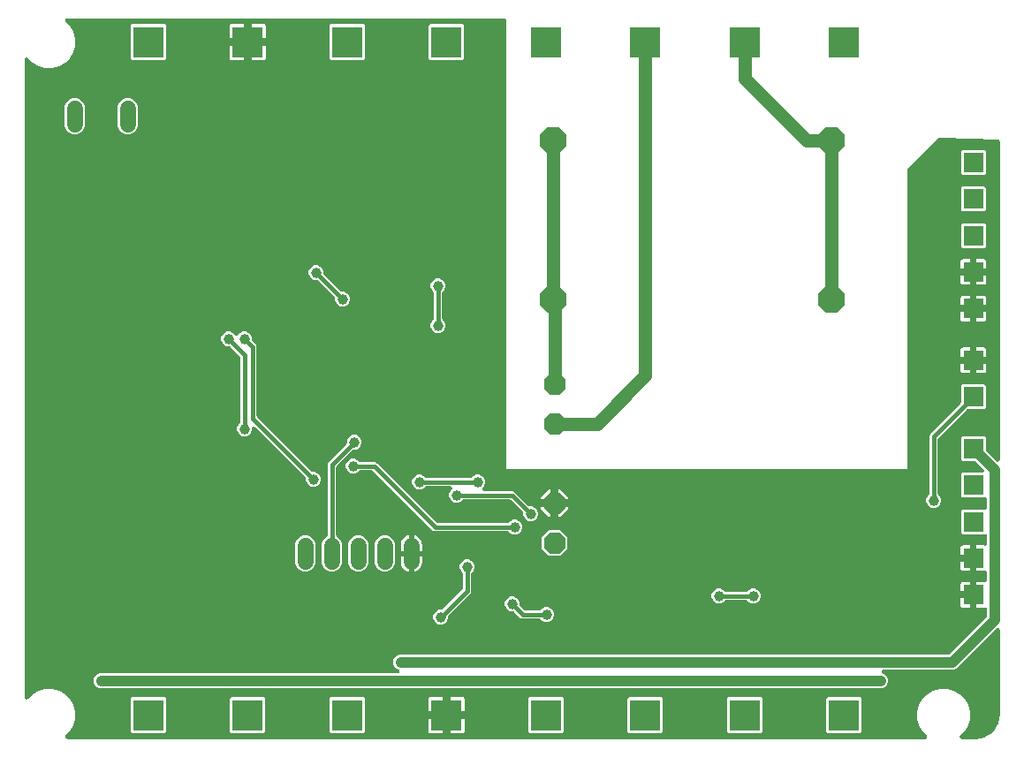
<source format=gbr>
G04 EAGLE Gerber RS-274X export*
G75*
%MOMM*%
%FSLAX34Y34*%
%LPD*%
%INBottom Copper*%
%IPPOS*%
%AMOC8*
5,1,8,0,0,1.08239X$1,22.5*%
G01*
%ADD10P,2.273019X8X22.500000*%
%ADD11P,2.749271X8X22.500000*%
%ADD12C,1.524000*%
%ADD13R,3.000000X3.000000*%
%ADD14R,1.950000X1.950000*%
%ADD15C,1.006400*%
%ADD16C,0.406400*%
%ADD17C,1.270000*%
%ADD18C,1.016000*%

G36*
X873287Y10162D02*
X873287Y10162D01*
X873296Y10161D01*
X873487Y10182D01*
X873678Y10201D01*
X873687Y10203D01*
X873696Y10204D01*
X873878Y10262D01*
X874063Y10319D01*
X874071Y10323D01*
X874080Y10326D01*
X874248Y10419D01*
X874417Y10511D01*
X874424Y10516D01*
X874432Y10521D01*
X874579Y10645D01*
X874727Y10768D01*
X874732Y10775D01*
X874739Y10781D01*
X874858Y10932D01*
X874979Y11082D01*
X874983Y11090D01*
X874989Y11097D01*
X875076Y11270D01*
X875164Y11439D01*
X875167Y11448D01*
X875171Y11456D01*
X875223Y11642D01*
X875276Y11826D01*
X875277Y11835D01*
X875279Y11844D01*
X875293Y12037D01*
X875309Y12228D01*
X875308Y12236D01*
X875308Y12245D01*
X875284Y12438D01*
X875262Y12627D01*
X875259Y12636D01*
X875258Y12645D01*
X875197Y12828D01*
X875137Y13010D01*
X875133Y13018D01*
X875130Y13026D01*
X875034Y13193D01*
X874939Y13361D01*
X874933Y13368D01*
X874929Y13375D01*
X874714Y13628D01*
X870771Y17571D01*
X867459Y23308D01*
X865744Y29708D01*
X865744Y36332D01*
X867459Y42732D01*
X870771Y48469D01*
X875456Y53154D01*
X881193Y56466D01*
X887593Y58181D01*
X894217Y58181D01*
X900617Y56466D01*
X906354Y53154D01*
X911039Y48469D01*
X914351Y42732D01*
X916066Y36332D01*
X916066Y29708D01*
X914351Y23308D01*
X911039Y17571D01*
X907096Y13628D01*
X907090Y13621D01*
X907083Y13616D01*
X906963Y13466D01*
X906841Y13317D01*
X906837Y13309D01*
X906831Y13302D01*
X906743Y13132D01*
X906652Y12961D01*
X906650Y12952D01*
X906646Y12945D01*
X906592Y12759D01*
X906537Y12575D01*
X906537Y12566D01*
X906534Y12558D01*
X906519Y12366D01*
X906501Y12174D01*
X906502Y12165D01*
X906501Y12156D01*
X906523Y11967D01*
X906544Y11774D01*
X906547Y11765D01*
X906548Y11757D01*
X906608Y11575D01*
X906666Y11390D01*
X906670Y11382D01*
X906673Y11374D01*
X906768Y11205D01*
X906861Y11038D01*
X906867Y11031D01*
X906871Y11023D01*
X906997Y10877D01*
X907121Y10731D01*
X907128Y10725D01*
X907134Y10718D01*
X907286Y10601D01*
X907437Y10481D01*
X907445Y10477D01*
X907452Y10472D01*
X907624Y10386D01*
X907796Y10299D01*
X907805Y10296D01*
X907813Y10292D01*
X907999Y10242D01*
X908184Y10191D01*
X908193Y10190D01*
X908202Y10188D01*
X908532Y10161D01*
X922020Y10161D01*
X922076Y10166D01*
X922153Y10165D01*
X924871Y10343D01*
X924905Y10349D01*
X924938Y10349D01*
X925264Y10408D01*
X930516Y11815D01*
X930610Y11851D01*
X930706Y11876D01*
X930818Y11929D01*
X930893Y11958D01*
X930939Y11987D01*
X931006Y12018D01*
X935715Y14737D01*
X935796Y14795D01*
X935883Y14845D01*
X935977Y14925D01*
X936042Y14972D01*
X936079Y15012D01*
X936136Y15060D01*
X939980Y18904D01*
X940044Y18982D01*
X940114Y19052D01*
X940185Y19154D01*
X940235Y19216D01*
X940261Y19264D01*
X940303Y19325D01*
X943022Y24034D01*
X943063Y24125D01*
X943113Y24211D01*
X943155Y24328D01*
X943187Y24401D01*
X943200Y24454D01*
X943225Y24524D01*
X944632Y29776D01*
X944637Y29809D01*
X944648Y29840D01*
X944697Y30169D01*
X944875Y32887D01*
X944873Y32944D01*
X944879Y33020D01*
X944879Y114576D01*
X944878Y114585D01*
X944879Y114594D01*
X944858Y114788D01*
X944839Y114977D01*
X944837Y114986D01*
X944836Y114995D01*
X944777Y115179D01*
X944721Y115362D01*
X944717Y115370D01*
X944714Y115378D01*
X944621Y115547D01*
X944529Y115716D01*
X944524Y115723D01*
X944519Y115731D01*
X944395Y115878D01*
X944272Y116025D01*
X944265Y116031D01*
X944259Y116038D01*
X944107Y116157D01*
X943958Y116278D01*
X943950Y116282D01*
X943943Y116287D01*
X943770Y116375D01*
X943601Y116463D01*
X943592Y116466D01*
X943584Y116470D01*
X943398Y116522D01*
X943214Y116575D01*
X943205Y116575D01*
X943196Y116578D01*
X943003Y116592D01*
X942812Y116607D01*
X942804Y116606D01*
X942795Y116607D01*
X942602Y116583D01*
X942413Y116561D01*
X942404Y116558D01*
X942395Y116557D01*
X942213Y116495D01*
X942030Y116436D01*
X942022Y116431D01*
X942014Y116428D01*
X941847Y116332D01*
X941679Y116238D01*
X941672Y116232D01*
X941665Y116227D01*
X941412Y116013D01*
X903189Y77790D01*
X901364Y77034D01*
X901363Y77034D01*
X900575Y76707D01*
X833625Y76707D01*
X833621Y76707D01*
X833616Y76707D01*
X833422Y76687D01*
X833225Y76667D01*
X833220Y76666D01*
X833216Y76666D01*
X833028Y76607D01*
X832840Y76549D01*
X832836Y76547D01*
X832831Y76546D01*
X832657Y76450D01*
X832486Y76357D01*
X832482Y76355D01*
X832478Y76352D01*
X832325Y76224D01*
X832176Y76100D01*
X832174Y76096D01*
X832170Y76093D01*
X832045Y75937D01*
X831924Y75786D01*
X831922Y75782D01*
X831919Y75779D01*
X831827Y75598D01*
X831738Y75429D01*
X831737Y75424D01*
X831735Y75420D01*
X831681Y75228D01*
X831627Y75042D01*
X831627Y75037D01*
X831626Y75033D01*
X831611Y74840D01*
X831594Y74640D01*
X831595Y74636D01*
X831594Y74632D01*
X831618Y74438D01*
X831641Y74241D01*
X831643Y74236D01*
X831643Y74232D01*
X831704Y74047D01*
X831766Y73858D01*
X831768Y73854D01*
X831770Y73850D01*
X831866Y73681D01*
X831964Y73507D01*
X831967Y73504D01*
X831969Y73500D01*
X832097Y73353D01*
X832227Y73203D01*
X832231Y73200D01*
X832234Y73196D01*
X832391Y73075D01*
X832545Y72956D01*
X832549Y72954D01*
X832553Y72951D01*
X832848Y72799D01*
X834609Y72070D01*
X836610Y70069D01*
X837693Y67455D01*
X837693Y64625D01*
X836610Y62011D01*
X834609Y60010D01*
X831995Y58927D01*
X82405Y58927D01*
X79791Y60010D01*
X77790Y62011D01*
X76707Y64625D01*
X76707Y67455D01*
X77790Y70069D01*
X79791Y72070D01*
X82405Y73153D01*
X367795Y73153D01*
X367799Y73153D01*
X367804Y73153D01*
X367998Y73173D01*
X368195Y73193D01*
X368200Y73194D01*
X368204Y73194D01*
X368392Y73253D01*
X368580Y73311D01*
X368584Y73313D01*
X368589Y73314D01*
X368763Y73410D01*
X368934Y73503D01*
X368938Y73505D01*
X368942Y73508D01*
X369095Y73636D01*
X369244Y73760D01*
X369246Y73764D01*
X369250Y73767D01*
X369375Y73923D01*
X369496Y74074D01*
X369498Y74078D01*
X369501Y74081D01*
X369593Y74262D01*
X369682Y74431D01*
X369683Y74436D01*
X369685Y74440D01*
X369739Y74630D01*
X369793Y74818D01*
X369793Y74823D01*
X369794Y74827D01*
X369809Y75020D01*
X369826Y75220D01*
X369825Y75224D01*
X369826Y75228D01*
X369802Y75420D01*
X369779Y75619D01*
X369777Y75624D01*
X369777Y75628D01*
X369716Y75813D01*
X369654Y76002D01*
X369652Y76006D01*
X369650Y76010D01*
X369554Y76179D01*
X369456Y76353D01*
X369453Y76356D01*
X369451Y76360D01*
X369323Y76507D01*
X369193Y76657D01*
X369189Y76660D01*
X369186Y76664D01*
X369030Y76784D01*
X368875Y76904D01*
X368871Y76906D01*
X368867Y76909D01*
X368572Y77061D01*
X366811Y77790D01*
X364810Y79791D01*
X363727Y82405D01*
X363727Y85235D01*
X364810Y87849D01*
X366811Y89850D01*
X369425Y90933D01*
X895372Y90933D01*
X895399Y90935D01*
X895426Y90933D01*
X895600Y90955D01*
X895773Y90973D01*
X895799Y90980D01*
X895825Y90984D01*
X895991Y91039D01*
X896158Y91091D01*
X896182Y91104D01*
X896207Y91112D01*
X896359Y91199D01*
X896512Y91283D01*
X896532Y91300D01*
X896556Y91313D01*
X896809Y91528D01*
X932092Y126811D01*
X932109Y126832D01*
X932130Y126849D01*
X932237Y126987D01*
X932347Y127123D01*
X932360Y127146D01*
X932376Y127168D01*
X932454Y127324D01*
X932536Y127478D01*
X932544Y127504D01*
X932556Y127528D01*
X932601Y127697D01*
X932651Y127864D01*
X932653Y127891D01*
X932660Y127917D01*
X932687Y128248D01*
X932687Y134339D01*
X932679Y134421D01*
X932681Y134503D01*
X932659Y134620D01*
X932647Y134739D01*
X932623Y134818D01*
X932609Y134899D01*
X932564Y135010D01*
X932529Y135124D01*
X932490Y135197D01*
X932460Y135273D01*
X932394Y135373D01*
X932337Y135478D01*
X932285Y135541D01*
X932240Y135610D01*
X932156Y135696D01*
X932080Y135788D01*
X932016Y135839D01*
X931958Y135898D01*
X931859Y135965D01*
X931766Y136040D01*
X931693Y136078D01*
X931625Y136124D01*
X931515Y136170D01*
X931409Y136225D01*
X931330Y136248D01*
X931254Y136280D01*
X931137Y136304D01*
X931022Y136337D01*
X930940Y136344D01*
X930859Y136360D01*
X930740Y136360D01*
X930620Y136370D01*
X930539Y136360D01*
X930457Y136360D01*
X930307Y136333D01*
X930221Y136323D01*
X930182Y136310D01*
X930130Y136301D01*
X929565Y136149D01*
X922729Y136149D01*
X922729Y147222D01*
X922727Y147240D01*
X922729Y147257D01*
X922708Y147440D01*
X922689Y147622D01*
X922684Y147639D01*
X922682Y147657D01*
X922625Y147832D01*
X922571Y148007D01*
X922563Y148023D01*
X922557Y148040D01*
X922467Y148200D01*
X922379Y148361D01*
X922368Y148375D01*
X922359Y148391D01*
X922314Y148443D01*
X922399Y148548D01*
X922407Y148564D01*
X922418Y148578D01*
X922500Y148743D01*
X922585Y148906D01*
X922590Y148923D01*
X922598Y148939D01*
X922645Y149117D01*
X922696Y149292D01*
X922698Y149310D01*
X922702Y149327D01*
X922729Y149658D01*
X922729Y160731D01*
X929565Y160731D01*
X930130Y160579D01*
X930211Y160566D01*
X930290Y160543D01*
X930410Y160533D01*
X930528Y160514D01*
X930610Y160517D01*
X930692Y160510D01*
X930810Y160524D01*
X930930Y160528D01*
X931010Y160548D01*
X931091Y160557D01*
X931205Y160594D01*
X931322Y160622D01*
X931396Y160656D01*
X931474Y160682D01*
X931579Y160741D01*
X931687Y160791D01*
X931753Y160839D01*
X931825Y160880D01*
X931915Y160958D01*
X932012Y161029D01*
X932067Y161089D01*
X932130Y161143D01*
X932203Y161237D01*
X932284Y161326D01*
X932326Y161396D01*
X932376Y161461D01*
X932430Y161568D01*
X932491Y161671D01*
X932519Y161748D01*
X932556Y161822D01*
X932587Y161937D01*
X932627Y162050D01*
X932639Y162131D01*
X932660Y162210D01*
X932673Y162363D01*
X932685Y162448D01*
X932683Y162489D01*
X932687Y162541D01*
X932687Y169339D01*
X932679Y169421D01*
X932681Y169503D01*
X932659Y169621D01*
X932647Y169739D01*
X932623Y169818D01*
X932609Y169899D01*
X932564Y170010D01*
X932529Y170124D01*
X932490Y170197D01*
X932460Y170273D01*
X932394Y170373D01*
X932337Y170478D01*
X932285Y170541D01*
X932240Y170610D01*
X932156Y170696D01*
X932080Y170788D01*
X932016Y170839D01*
X931958Y170898D01*
X931859Y170965D01*
X931766Y171040D01*
X931693Y171078D01*
X931625Y171124D01*
X931515Y171170D01*
X931409Y171226D01*
X931330Y171248D01*
X931254Y171280D01*
X931137Y171304D01*
X931022Y171337D01*
X930940Y171344D01*
X930859Y171360D01*
X930740Y171360D01*
X930620Y171370D01*
X930539Y171360D01*
X930457Y171360D01*
X930306Y171333D01*
X930221Y171323D01*
X930182Y171310D01*
X930130Y171301D01*
X929564Y171149D01*
X922729Y171149D01*
X922729Y182222D01*
X922727Y182240D01*
X922729Y182257D01*
X922708Y182440D01*
X922689Y182622D01*
X922684Y182639D01*
X922682Y182657D01*
X922625Y182832D01*
X922571Y183007D01*
X922563Y183023D01*
X922557Y183040D01*
X922467Y183200D01*
X922379Y183361D01*
X922368Y183375D01*
X922359Y183391D01*
X922314Y183443D01*
X922399Y183548D01*
X922407Y183564D01*
X922418Y183578D01*
X922500Y183743D01*
X922585Y183906D01*
X922590Y183923D01*
X922598Y183939D01*
X922645Y184117D01*
X922696Y184292D01*
X922698Y184310D01*
X922702Y184327D01*
X922729Y184658D01*
X922729Y195731D01*
X929565Y195731D01*
X930130Y195579D01*
X930211Y195566D01*
X930290Y195543D01*
X930410Y195533D01*
X930528Y195514D01*
X930610Y195517D01*
X930692Y195510D01*
X930810Y195524D01*
X930930Y195528D01*
X931010Y195548D01*
X931091Y195557D01*
X931205Y195594D01*
X931322Y195622D01*
X931396Y195656D01*
X931474Y195682D01*
X931579Y195741D01*
X931687Y195791D01*
X931753Y195839D01*
X931825Y195880D01*
X931915Y195958D01*
X932012Y196029D01*
X932067Y196089D01*
X932130Y196143D01*
X932203Y196237D01*
X932284Y196326D01*
X932326Y196396D01*
X932376Y196461D01*
X932430Y196568D01*
X932491Y196671D01*
X932519Y196748D01*
X932556Y196822D01*
X932587Y196937D01*
X932627Y197050D01*
X932639Y197131D01*
X932660Y197210D01*
X932673Y197363D01*
X932685Y197448D01*
X932683Y197489D01*
X932687Y197541D01*
X932687Y204626D01*
X932685Y204644D01*
X932687Y204662D01*
X932666Y204844D01*
X932647Y205027D01*
X932642Y205044D01*
X932640Y205061D01*
X932583Y205236D01*
X932529Y205412D01*
X932521Y205427D01*
X932515Y205444D01*
X932425Y205604D01*
X932337Y205766D01*
X932326Y205779D01*
X932317Y205795D01*
X932197Y205934D01*
X932080Y206075D01*
X932066Y206086D01*
X932054Y206100D01*
X931909Y206212D01*
X931766Y206327D01*
X931750Y206335D01*
X931736Y206346D01*
X931571Y206428D01*
X931409Y206513D01*
X931392Y206518D01*
X931376Y206526D01*
X931197Y206573D01*
X931022Y206624D01*
X931004Y206626D01*
X930987Y206630D01*
X930656Y206657D01*
X908888Y206657D01*
X907697Y207848D01*
X907697Y229032D01*
X908888Y230223D01*
X930656Y230223D01*
X930674Y230225D01*
X930692Y230223D01*
X930874Y230244D01*
X931057Y230263D01*
X931074Y230268D01*
X931091Y230270D01*
X931266Y230327D01*
X931442Y230381D01*
X931457Y230389D01*
X931474Y230395D01*
X931634Y230485D01*
X931796Y230573D01*
X931809Y230584D01*
X931825Y230593D01*
X931964Y230713D01*
X932105Y230830D01*
X932116Y230844D01*
X932130Y230856D01*
X932242Y231001D01*
X932357Y231144D01*
X932365Y231160D01*
X932376Y231174D01*
X932458Y231339D01*
X932543Y231501D01*
X932548Y231518D01*
X932556Y231534D01*
X932603Y231713D01*
X932654Y231888D01*
X932656Y231906D01*
X932660Y231923D01*
X932687Y232254D01*
X932687Y239626D01*
X932685Y239644D01*
X932687Y239662D01*
X932666Y239844D01*
X932647Y240027D01*
X932642Y240044D01*
X932640Y240061D01*
X932583Y240236D01*
X932529Y240412D01*
X932521Y240427D01*
X932515Y240444D01*
X932425Y240604D01*
X932337Y240766D01*
X932326Y240779D01*
X932317Y240795D01*
X932197Y240934D01*
X932080Y241075D01*
X932066Y241086D01*
X932054Y241100D01*
X931909Y241212D01*
X931766Y241327D01*
X931750Y241335D01*
X931736Y241346D01*
X931571Y241428D01*
X931409Y241513D01*
X931392Y241518D01*
X931376Y241526D01*
X931197Y241573D01*
X931022Y241624D01*
X931004Y241626D01*
X930987Y241630D01*
X930656Y241657D01*
X908888Y241657D01*
X907697Y242848D01*
X907697Y264032D01*
X908888Y265223D01*
X927734Y265223D01*
X927743Y265224D01*
X927752Y265223D01*
X927946Y265244D01*
X928135Y265263D01*
X928144Y265265D01*
X928153Y265266D01*
X928337Y265325D01*
X928520Y265381D01*
X928528Y265385D01*
X928536Y265388D01*
X928705Y265481D01*
X928874Y265573D01*
X928881Y265578D01*
X928889Y265583D01*
X929036Y265707D01*
X929183Y265830D01*
X929189Y265837D01*
X929196Y265843D01*
X929314Y265993D01*
X929436Y266144D01*
X929440Y266152D01*
X929445Y266159D01*
X929533Y266332D01*
X929621Y266501D01*
X929624Y266510D01*
X929628Y266518D01*
X929680Y266704D01*
X929733Y266888D01*
X929733Y266897D01*
X929736Y266906D01*
X929750Y267099D01*
X929765Y267290D01*
X929764Y267298D01*
X929765Y267307D01*
X929741Y267500D01*
X929719Y267689D01*
X929716Y267698D01*
X929715Y267707D01*
X929654Y267886D01*
X929594Y268072D01*
X929589Y268080D01*
X929586Y268088D01*
X929490Y268255D01*
X929396Y268423D01*
X929390Y268430D01*
X929385Y268437D01*
X929171Y268690D01*
X921799Y276062D01*
X921778Y276079D01*
X921761Y276100D01*
X921623Y276207D01*
X921487Y276317D01*
X921464Y276330D01*
X921442Y276346D01*
X921286Y276424D01*
X921132Y276506D01*
X921106Y276514D01*
X921082Y276526D01*
X920913Y276571D01*
X920746Y276621D01*
X920719Y276623D01*
X920693Y276630D01*
X920362Y276657D01*
X908888Y276657D01*
X907697Y277848D01*
X907697Y299032D01*
X908888Y300223D01*
X930072Y300223D01*
X931263Y299032D01*
X931263Y287558D01*
X931265Y287531D01*
X931263Y287504D01*
X931285Y287330D01*
X931303Y287157D01*
X931310Y287131D01*
X931314Y287105D01*
X931369Y286939D01*
X931421Y286772D01*
X931434Y286748D01*
X931442Y286723D01*
X931529Y286571D01*
X931613Y286418D01*
X931630Y286398D01*
X931643Y286374D01*
X931858Y286121D01*
X941412Y276567D01*
X941419Y276562D01*
X941424Y276555D01*
X941574Y276434D01*
X941723Y276312D01*
X941731Y276308D01*
X941738Y276302D01*
X941909Y276213D01*
X942079Y276124D01*
X942087Y276121D01*
X942095Y276117D01*
X942281Y276064D01*
X942465Y276009D01*
X942474Y276008D01*
X942482Y276005D01*
X942674Y275990D01*
X942866Y275972D01*
X942875Y275973D01*
X942884Y275973D01*
X943073Y275995D01*
X943266Y276016D01*
X943275Y276018D01*
X943283Y276019D01*
X943465Y276079D01*
X943650Y276137D01*
X943658Y276142D01*
X943666Y276144D01*
X943835Y276239D01*
X944002Y276332D01*
X944009Y276338D01*
X944017Y276342D01*
X944163Y276468D01*
X944309Y276593D01*
X944315Y276600D01*
X944322Y276605D01*
X944439Y276757D01*
X944559Y276908D01*
X944563Y276916D01*
X944568Y276923D01*
X944654Y277096D01*
X944741Y277267D01*
X944744Y277276D01*
X944748Y277284D01*
X944798Y277470D01*
X944849Y277655D01*
X944850Y277664D01*
X944852Y277673D01*
X944879Y278004D01*
X944879Y583003D01*
X944879Y583008D01*
X944879Y583009D01*
X944877Y583021D01*
X944860Y583199D01*
X944841Y583395D01*
X944840Y583399D01*
X944839Y583404D01*
X944782Y583591D01*
X944725Y583780D01*
X944723Y583784D01*
X944721Y583789D01*
X944629Y583960D01*
X944535Y584135D01*
X944532Y584139D01*
X944529Y584143D01*
X944405Y584292D01*
X944279Y584445D01*
X944275Y584449D01*
X944272Y584452D01*
X944119Y584575D01*
X943966Y584699D01*
X943962Y584702D01*
X943958Y584705D01*
X943785Y584794D01*
X943610Y584886D01*
X943605Y584888D01*
X943601Y584890D01*
X943413Y584944D01*
X943223Y585000D01*
X943218Y585000D01*
X943214Y585001D01*
X943180Y585004D01*
X942893Y585034D01*
X889045Y586231D01*
X889025Y586229D01*
X889000Y586231D01*
X886460Y586231D01*
X886433Y586229D01*
X886407Y586231D01*
X886233Y586209D01*
X886059Y586191D01*
X886034Y586184D01*
X886007Y586180D01*
X885842Y586125D01*
X885674Y586073D01*
X885651Y586060D01*
X885626Y586052D01*
X885474Y585965D01*
X885320Y585881D01*
X885300Y585864D01*
X885277Y585851D01*
X885024Y585636D01*
X857084Y557696D01*
X857067Y557676D01*
X857047Y557658D01*
X856939Y557520D01*
X856829Y557385D01*
X856816Y557361D01*
X856800Y557340D01*
X856722Y557183D01*
X856640Y557029D01*
X856632Y557004D01*
X856620Y556980D01*
X856575Y556810D01*
X856525Y556643D01*
X856523Y556617D01*
X856516Y556591D01*
X856489Y556260D01*
X856489Y268731D01*
X471931Y268731D01*
X471931Y699008D01*
X471929Y699026D01*
X471931Y699044D01*
X471910Y699225D01*
X471891Y699409D01*
X471886Y699426D01*
X471884Y699443D01*
X471827Y699618D01*
X471773Y699794D01*
X471765Y699809D01*
X471759Y699826D01*
X471669Y699986D01*
X471581Y700148D01*
X471570Y700161D01*
X471561Y700177D01*
X471441Y700316D01*
X471324Y700457D01*
X471310Y700468D01*
X471298Y700482D01*
X471153Y700594D01*
X471010Y700709D01*
X470994Y700717D01*
X470980Y700728D01*
X470815Y700810D01*
X470653Y700895D01*
X470636Y700900D01*
X470620Y700908D01*
X470441Y700955D01*
X470266Y701006D01*
X470248Y701008D01*
X470231Y701012D01*
X469900Y701039D01*
X51282Y701039D01*
X51273Y701038D01*
X51264Y701039D01*
X51073Y701018D01*
X50882Y700999D01*
X50873Y700997D01*
X50864Y700996D01*
X50682Y700938D01*
X50497Y700881D01*
X50489Y700877D01*
X50480Y700874D01*
X50312Y700781D01*
X50143Y700689D01*
X50136Y700684D01*
X50128Y700679D01*
X49981Y700555D01*
X49833Y700432D01*
X49828Y700425D01*
X49821Y700419D01*
X49702Y700268D01*
X49581Y700118D01*
X49577Y700110D01*
X49571Y700103D01*
X49484Y699930D01*
X49396Y699761D01*
X49393Y699752D01*
X49389Y699744D01*
X49337Y699558D01*
X49284Y699374D01*
X49283Y699365D01*
X49281Y699356D01*
X49267Y699163D01*
X49251Y698972D01*
X49252Y698964D01*
X49252Y698955D01*
X49276Y698762D01*
X49298Y698573D01*
X49301Y698564D01*
X49302Y698555D01*
X49363Y698372D01*
X49423Y698190D01*
X49427Y698182D01*
X49430Y698174D01*
X49527Y698006D01*
X49621Y697839D01*
X49627Y697832D01*
X49631Y697825D01*
X49846Y697572D01*
X53789Y693629D01*
X57101Y687892D01*
X58816Y681492D01*
X58816Y674868D01*
X57101Y668468D01*
X53789Y662731D01*
X49104Y658046D01*
X43367Y654734D01*
X36967Y653019D01*
X30343Y653019D01*
X23943Y654734D01*
X18206Y658046D01*
X13628Y662624D01*
X13621Y662630D01*
X13616Y662637D01*
X13466Y662757D01*
X13317Y662879D01*
X13309Y662883D01*
X13302Y662889D01*
X13132Y662977D01*
X12961Y663068D01*
X12952Y663070D01*
X12945Y663074D01*
X12760Y663128D01*
X12575Y663183D01*
X12566Y663183D01*
X12558Y663186D01*
X12366Y663201D01*
X12174Y663219D01*
X12165Y663218D01*
X12156Y663219D01*
X11967Y663197D01*
X11774Y663176D01*
X11765Y663173D01*
X11757Y663172D01*
X11575Y663112D01*
X11390Y663054D01*
X11382Y663050D01*
X11374Y663047D01*
X11205Y662952D01*
X11038Y662859D01*
X11031Y662853D01*
X11023Y662849D01*
X10877Y662723D01*
X10731Y662599D01*
X10725Y662592D01*
X10718Y662586D01*
X10601Y662434D01*
X10481Y662283D01*
X10477Y662275D01*
X10472Y662268D01*
X10386Y662096D01*
X10299Y661924D01*
X10296Y661915D01*
X10292Y661907D01*
X10242Y661721D01*
X10191Y661536D01*
X10190Y661527D01*
X10188Y661518D01*
X10161Y661188D01*
X10161Y50012D01*
X10162Y50003D01*
X10161Y49994D01*
X10182Y49803D01*
X10201Y49612D01*
X10203Y49603D01*
X10204Y49594D01*
X10262Y49412D01*
X10319Y49227D01*
X10323Y49219D01*
X10326Y49210D01*
X10419Y49042D01*
X10511Y48873D01*
X10516Y48866D01*
X10521Y48858D01*
X10645Y48711D01*
X10768Y48563D01*
X10775Y48558D01*
X10781Y48551D01*
X10932Y48432D01*
X11082Y48311D01*
X11090Y48307D01*
X11097Y48301D01*
X11270Y48214D01*
X11439Y48126D01*
X11448Y48123D01*
X11456Y48119D01*
X11642Y48067D01*
X11826Y48014D01*
X11835Y48013D01*
X11844Y48011D01*
X12037Y47997D01*
X12228Y47981D01*
X12236Y47982D01*
X12245Y47982D01*
X12438Y48006D01*
X12627Y48028D01*
X12636Y48031D01*
X12645Y48032D01*
X12828Y48093D01*
X13010Y48153D01*
X13018Y48157D01*
X13026Y48160D01*
X13193Y48256D01*
X13361Y48351D01*
X13368Y48357D01*
X13375Y48361D01*
X13628Y48576D01*
X18206Y53154D01*
X23943Y56466D01*
X30343Y58181D01*
X36967Y58181D01*
X43367Y56466D01*
X49104Y53154D01*
X53789Y48469D01*
X57101Y42732D01*
X58816Y36332D01*
X58816Y29708D01*
X57101Y23308D01*
X53789Y17571D01*
X49846Y13628D01*
X49840Y13621D01*
X49833Y13616D01*
X49713Y13466D01*
X49591Y13317D01*
X49587Y13309D01*
X49581Y13302D01*
X49493Y13132D01*
X49402Y12961D01*
X49400Y12952D01*
X49396Y12945D01*
X49342Y12759D01*
X49287Y12575D01*
X49287Y12566D01*
X49284Y12558D01*
X49269Y12366D01*
X49251Y12174D01*
X49252Y12165D01*
X49251Y12156D01*
X49273Y11967D01*
X49294Y11774D01*
X49297Y11765D01*
X49298Y11757D01*
X49358Y11575D01*
X49416Y11390D01*
X49420Y11382D01*
X49423Y11374D01*
X49518Y11205D01*
X49611Y11038D01*
X49617Y11031D01*
X49621Y11023D01*
X49747Y10877D01*
X49871Y10731D01*
X49878Y10725D01*
X49884Y10718D01*
X50036Y10601D01*
X50187Y10481D01*
X50195Y10477D01*
X50202Y10472D01*
X50374Y10386D01*
X50546Y10299D01*
X50555Y10296D01*
X50563Y10292D01*
X50749Y10242D01*
X50934Y10191D01*
X50943Y10190D01*
X50952Y10188D01*
X51282Y10161D01*
X873278Y10161D01*
X873287Y10162D01*
G37*
%LPC*%
G36*
X285615Y252015D02*
X285615Y252015D01*
X283018Y253091D01*
X281031Y255078D01*
X279955Y257675D01*
X279955Y259555D01*
X279953Y259582D01*
X279955Y259608D01*
X279933Y259782D01*
X279915Y259956D01*
X279908Y259981D01*
X279904Y260008D01*
X279849Y260173D01*
X279797Y260340D01*
X279784Y260364D01*
X279776Y260389D01*
X279689Y260541D01*
X279605Y260695D01*
X279588Y260715D01*
X279575Y260738D01*
X279360Y260991D01*
X231512Y308839D01*
X231505Y308845D01*
X231500Y308852D01*
X231350Y308972D01*
X231201Y309094D01*
X231193Y309099D01*
X231186Y309104D01*
X231015Y309193D01*
X230845Y309283D01*
X230837Y309286D01*
X230829Y309290D01*
X230643Y309343D01*
X230459Y309398D01*
X230450Y309399D01*
X230442Y309401D01*
X230250Y309417D01*
X230058Y309434D01*
X230049Y309433D01*
X230040Y309434D01*
X229851Y309412D01*
X229658Y309391D01*
X229649Y309388D01*
X229641Y309387D01*
X229459Y309328D01*
X229274Y309269D01*
X229266Y309265D01*
X229258Y309262D01*
X229089Y309167D01*
X228922Y309074D01*
X228915Y309069D01*
X228907Y309064D01*
X228761Y308938D01*
X228615Y308814D01*
X228609Y308807D01*
X228602Y308801D01*
X228485Y308650D01*
X228365Y308498D01*
X228361Y308490D01*
X228356Y308483D01*
X228270Y308311D01*
X228183Y308139D01*
X228180Y308131D01*
X228176Y308123D01*
X228126Y307936D01*
X228075Y307751D01*
X228074Y307742D01*
X228072Y307734D01*
X228045Y307403D01*
X228045Y305935D01*
X226969Y303338D01*
X224982Y301351D01*
X222385Y300275D01*
X219575Y300275D01*
X216978Y301351D01*
X214991Y303338D01*
X213915Y305935D01*
X213915Y308745D01*
X214991Y311342D01*
X216320Y312671D01*
X216337Y312692D01*
X216358Y312710D01*
X216465Y312847D01*
X216575Y312983D01*
X216588Y313007D01*
X216604Y313028D01*
X216682Y313185D01*
X216764Y313339D01*
X216772Y313364D01*
X216784Y313388D01*
X216829Y313558D01*
X216879Y313724D01*
X216881Y313751D01*
X216888Y313777D01*
X216915Y314108D01*
X216915Y375935D01*
X216913Y375962D01*
X216915Y375988D01*
X216893Y376162D01*
X216875Y376336D01*
X216868Y376361D01*
X216864Y376388D01*
X216809Y376553D01*
X216757Y376720D01*
X216744Y376744D01*
X216736Y376769D01*
X216649Y376921D01*
X216565Y377075D01*
X216548Y377095D01*
X216535Y377118D01*
X216320Y377371D01*
X207651Y386040D01*
X207631Y386057D01*
X207613Y386078D01*
X207475Y386185D01*
X207340Y386295D01*
X207316Y386308D01*
X207295Y386324D01*
X207138Y386402D01*
X206984Y386484D01*
X206959Y386492D01*
X206934Y386504D01*
X206765Y386549D01*
X206598Y386599D01*
X206572Y386601D01*
X206546Y386608D01*
X206215Y386635D01*
X204335Y386635D01*
X201738Y387711D01*
X199751Y389698D01*
X198675Y392295D01*
X198675Y395105D01*
X199751Y397702D01*
X201738Y399689D01*
X204335Y400765D01*
X207145Y400765D01*
X209742Y399689D01*
X211924Y397507D01*
X211937Y397496D01*
X211949Y397482D01*
X212093Y397369D01*
X212235Y397252D01*
X212251Y397244D01*
X212265Y397233D01*
X212429Y397149D01*
X212591Y397064D01*
X212608Y397059D01*
X212624Y397050D01*
X212801Y397001D01*
X212977Y396949D01*
X212995Y396947D01*
X213012Y396942D01*
X213195Y396929D01*
X213378Y396912D01*
X213396Y396914D01*
X213413Y396913D01*
X213595Y396936D01*
X213778Y396956D01*
X213795Y396961D01*
X213813Y396963D01*
X213986Y397022D01*
X214162Y397077D01*
X214178Y397086D01*
X214194Y397092D01*
X214354Y397184D01*
X214514Y397272D01*
X214528Y397284D01*
X214543Y397293D01*
X214796Y397507D01*
X216978Y399689D01*
X219575Y400765D01*
X222385Y400765D01*
X224982Y399689D01*
X226969Y397702D01*
X228045Y395105D01*
X228045Y393225D01*
X228047Y393198D01*
X228045Y393172D01*
X228067Y392998D01*
X228085Y392824D01*
X228092Y392799D01*
X228096Y392772D01*
X228151Y392607D01*
X228203Y392440D01*
X228216Y392416D01*
X228224Y392391D01*
X228311Y392239D01*
X228395Y392085D01*
X228412Y392065D01*
X228425Y392042D01*
X228640Y391789D01*
X232046Y388382D01*
X232665Y386889D01*
X232665Y320025D01*
X232667Y319998D01*
X232665Y319972D01*
X232687Y319798D01*
X232705Y319624D01*
X232712Y319599D01*
X232716Y319572D01*
X232771Y319407D01*
X232823Y319240D01*
X232836Y319216D01*
X232844Y319191D01*
X232931Y319039D01*
X233015Y318885D01*
X233032Y318865D01*
X233045Y318842D01*
X233260Y318589D01*
X285109Y266740D01*
X285129Y266723D01*
X285147Y266702D01*
X285285Y266595D01*
X285420Y266485D01*
X285444Y266472D01*
X285465Y266456D01*
X285622Y266378D01*
X285776Y266296D01*
X285801Y266288D01*
X285826Y266276D01*
X285995Y266231D01*
X286162Y266181D01*
X286188Y266179D01*
X286214Y266172D01*
X286545Y266145D01*
X288425Y266145D01*
X291022Y265069D01*
X293009Y263082D01*
X294085Y260485D01*
X294085Y257675D01*
X293009Y255078D01*
X291022Y253091D01*
X288425Y252015D01*
X285615Y252015D01*
G37*
%LPD*%
%LPC*%
G36*
X478655Y206295D02*
X478655Y206295D01*
X476058Y207371D01*
X474729Y208700D01*
X474708Y208717D01*
X474690Y208738D01*
X474552Y208845D01*
X474417Y208955D01*
X474394Y208968D01*
X474372Y208984D01*
X474216Y209062D01*
X474061Y209144D01*
X474036Y209152D01*
X474012Y209164D01*
X473843Y209209D01*
X473676Y209259D01*
X473649Y209261D01*
X473623Y209268D01*
X473292Y209295D01*
X403051Y209295D01*
X401558Y209914D01*
X344351Y267120D01*
X344331Y267137D01*
X344313Y267158D01*
X344175Y267265D01*
X344040Y267375D01*
X344016Y267388D01*
X343995Y267404D01*
X343838Y267482D01*
X343684Y267564D01*
X343659Y267572D01*
X343634Y267584D01*
X343465Y267629D01*
X343298Y267679D01*
X343272Y267681D01*
X343246Y267688D01*
X342915Y267715D01*
X331888Y267715D01*
X331861Y267713D01*
X331834Y267715D01*
X331660Y267693D01*
X331487Y267675D01*
X331462Y267668D01*
X331435Y267664D01*
X331269Y267609D01*
X331102Y267557D01*
X331079Y267544D01*
X331053Y267536D01*
X330902Y267449D01*
X330748Y267365D01*
X330728Y267348D01*
X330704Y267335D01*
X330451Y267120D01*
X329122Y265791D01*
X326525Y264715D01*
X323715Y264715D01*
X321118Y265791D01*
X319131Y267778D01*
X318055Y270375D01*
X318055Y273185D01*
X319131Y275782D01*
X321118Y277769D01*
X323715Y278845D01*
X326525Y278845D01*
X329122Y277769D01*
X330451Y276440D01*
X330472Y276423D01*
X330490Y276402D01*
X330627Y276295D01*
X330763Y276185D01*
X330787Y276172D01*
X330808Y276156D01*
X330965Y276078D01*
X331119Y275996D01*
X331144Y275988D01*
X331168Y275976D01*
X331338Y275931D01*
X331504Y275881D01*
X331531Y275879D01*
X331557Y275872D01*
X331888Y275845D01*
X346249Y275845D01*
X347742Y275226D01*
X404949Y218020D01*
X404969Y218003D01*
X404987Y217982D01*
X405125Y217875D01*
X405260Y217765D01*
X405284Y217752D01*
X405305Y217736D01*
X405462Y217658D01*
X405616Y217576D01*
X405641Y217568D01*
X405666Y217556D01*
X405835Y217511D01*
X406002Y217461D01*
X406028Y217459D01*
X406054Y217452D01*
X406385Y217425D01*
X473292Y217425D01*
X473319Y217427D01*
X473346Y217425D01*
X473520Y217447D01*
X473693Y217465D01*
X473718Y217472D01*
X473745Y217476D01*
X473911Y217532D01*
X474078Y217583D01*
X474101Y217596D01*
X474127Y217604D01*
X474278Y217691D01*
X474432Y217775D01*
X474452Y217792D01*
X474476Y217805D01*
X474729Y218020D01*
X476058Y219349D01*
X478655Y220425D01*
X481465Y220425D01*
X484062Y219349D01*
X486049Y217362D01*
X487125Y214765D01*
X487125Y211955D01*
X486049Y209358D01*
X484062Y207371D01*
X481465Y206295D01*
X478655Y206295D01*
G37*
%LPD*%
%LPC*%
G36*
X493895Y218995D02*
X493895Y218995D01*
X491298Y220071D01*
X489311Y222058D01*
X488235Y224655D01*
X488235Y226535D01*
X488233Y226562D01*
X488235Y226588D01*
X488213Y226762D01*
X488195Y226936D01*
X488188Y226961D01*
X488184Y226988D01*
X488129Y227153D01*
X488077Y227320D01*
X488064Y227344D01*
X488056Y227369D01*
X487969Y227521D01*
X487885Y227675D01*
X487868Y227695D01*
X487855Y227718D01*
X487640Y227971D01*
X476431Y239180D01*
X476411Y239197D01*
X476393Y239218D01*
X476255Y239325D01*
X476120Y239435D01*
X476096Y239448D01*
X476075Y239464D01*
X475918Y239542D01*
X475764Y239624D01*
X475739Y239632D01*
X475714Y239644D01*
X475545Y239689D01*
X475378Y239739D01*
X475352Y239741D01*
X475326Y239748D01*
X474995Y239775D01*
X430948Y239775D01*
X430921Y239773D01*
X430894Y239775D01*
X430720Y239753D01*
X430547Y239735D01*
X430522Y239728D01*
X430495Y239724D01*
X430329Y239669D01*
X430162Y239617D01*
X430139Y239604D01*
X430113Y239596D01*
X429962Y239509D01*
X429808Y239425D01*
X429788Y239408D01*
X429764Y239395D01*
X429511Y239180D01*
X428182Y237851D01*
X425585Y236775D01*
X422775Y236775D01*
X420178Y237851D01*
X418191Y239838D01*
X417115Y242435D01*
X417115Y245245D01*
X418191Y247842D01*
X419357Y249008D01*
X419362Y249015D01*
X419369Y249020D01*
X419490Y249171D01*
X419612Y249319D01*
X419616Y249327D01*
X419622Y249334D01*
X419710Y249504D01*
X419800Y249675D01*
X419803Y249684D01*
X419807Y249691D01*
X419860Y249875D01*
X419915Y250061D01*
X419916Y250070D01*
X419918Y250078D01*
X419934Y250269D01*
X419952Y250462D01*
X419951Y250471D01*
X419951Y250480D01*
X419929Y250669D01*
X419908Y250862D01*
X419905Y250871D01*
X419904Y250879D01*
X419845Y251061D01*
X419787Y251246D01*
X419782Y251254D01*
X419780Y251262D01*
X419685Y251429D01*
X419592Y251598D01*
X419586Y251605D01*
X419582Y251613D01*
X419457Y251758D01*
X419331Y251905D01*
X419324Y251911D01*
X419319Y251918D01*
X419168Y252034D01*
X419015Y252155D01*
X419007Y252159D01*
X419000Y252164D01*
X418830Y252249D01*
X418657Y252337D01*
X418648Y252340D01*
X418640Y252344D01*
X418454Y252393D01*
X418269Y252445D01*
X418260Y252446D01*
X418251Y252448D01*
X417920Y252475D01*
X395388Y252475D01*
X395361Y252473D01*
X395334Y252475D01*
X395160Y252453D01*
X394987Y252435D01*
X394962Y252428D01*
X394935Y252424D01*
X394769Y252369D01*
X394602Y252317D01*
X394579Y252304D01*
X394553Y252296D01*
X394402Y252209D01*
X394248Y252125D01*
X394228Y252108D01*
X394204Y252095D01*
X393951Y251880D01*
X392622Y250551D01*
X390025Y249475D01*
X387215Y249475D01*
X384618Y250551D01*
X382631Y252538D01*
X381555Y255135D01*
X381555Y257945D01*
X382631Y260542D01*
X384618Y262529D01*
X387215Y263605D01*
X390025Y263605D01*
X392622Y262529D01*
X393951Y261200D01*
X393972Y261183D01*
X393990Y261162D01*
X394127Y261055D01*
X394263Y260945D01*
X394287Y260932D01*
X394308Y260916D01*
X394465Y260838D01*
X394619Y260756D01*
X394644Y260748D01*
X394668Y260736D01*
X394838Y260691D01*
X395004Y260641D01*
X395031Y260639D01*
X395057Y260632D01*
X395388Y260605D01*
X437732Y260605D01*
X437759Y260607D01*
X437786Y260605D01*
X437960Y260627D01*
X438133Y260645D01*
X438158Y260652D01*
X438185Y260656D01*
X438351Y260711D01*
X438518Y260763D01*
X438541Y260776D01*
X438567Y260784D01*
X438718Y260871D01*
X438872Y260955D01*
X438892Y260972D01*
X438916Y260985D01*
X439169Y261200D01*
X440498Y262529D01*
X443095Y263605D01*
X445905Y263605D01*
X448502Y262529D01*
X450489Y260542D01*
X451565Y257945D01*
X451565Y255135D01*
X450489Y252538D01*
X449323Y251372D01*
X449318Y251365D01*
X449311Y251360D01*
X449190Y251209D01*
X449068Y251061D01*
X449064Y251053D01*
X449058Y251046D01*
X448969Y250874D01*
X448880Y250705D01*
X448877Y250696D01*
X448873Y250689D01*
X448820Y250504D01*
X448765Y250319D01*
X448764Y250310D01*
X448762Y250302D01*
X448746Y250111D01*
X448728Y249918D01*
X448729Y249909D01*
X448729Y249900D01*
X448751Y249711D01*
X448772Y249518D01*
X448775Y249509D01*
X448776Y249501D01*
X448835Y249319D01*
X448893Y249134D01*
X448898Y249126D01*
X448900Y249118D01*
X448995Y248951D01*
X449088Y248782D01*
X449094Y248775D01*
X449098Y248767D01*
X449223Y248622D01*
X449349Y248475D01*
X449356Y248469D01*
X449361Y248462D01*
X449512Y248346D01*
X449665Y248225D01*
X449673Y248221D01*
X449680Y248216D01*
X449850Y248131D01*
X450023Y248043D01*
X450032Y248040D01*
X450040Y248036D01*
X450226Y247987D01*
X450411Y247935D01*
X450420Y247934D01*
X450429Y247932D01*
X450760Y247905D01*
X478329Y247905D01*
X479822Y247286D01*
X493389Y233720D01*
X493409Y233703D01*
X493427Y233682D01*
X493565Y233575D01*
X493700Y233465D01*
X493724Y233452D01*
X493745Y233436D01*
X493902Y233358D01*
X494056Y233276D01*
X494081Y233268D01*
X494106Y233256D01*
X494275Y233211D01*
X494442Y233161D01*
X494468Y233159D01*
X494494Y233152D01*
X494825Y233125D01*
X496705Y233125D01*
X499302Y232049D01*
X501338Y230013D01*
X501401Y229895D01*
X501404Y229891D01*
X501407Y229887D01*
X501531Y229738D01*
X501658Y229585D01*
X501661Y229582D01*
X501664Y229578D01*
X501815Y229457D01*
X501819Y229453D01*
X501814Y229378D01*
X501800Y229181D01*
X501800Y229177D01*
X501800Y229172D01*
X501825Y228983D01*
X501850Y228782D01*
X501852Y228777D01*
X501852Y228773D01*
X501954Y228457D01*
X502365Y227465D01*
X502365Y224655D01*
X501289Y222058D01*
X499302Y220071D01*
X496705Y218995D01*
X493895Y218995D01*
G37*
%LPD*%
%LPC*%
G36*
X302880Y170687D02*
X302880Y170687D01*
X299332Y172157D01*
X296617Y174872D01*
X295147Y178420D01*
X295147Y197500D01*
X296617Y201048D01*
X299332Y203763D01*
X299481Y203825D01*
X299501Y203835D01*
X299522Y203842D01*
X299678Y203931D01*
X299836Y204015D01*
X299853Y204029D01*
X299873Y204040D01*
X300008Y204157D01*
X300147Y204272D01*
X300161Y204289D01*
X300178Y204303D01*
X300287Y204445D01*
X300400Y204584D01*
X300411Y204604D01*
X300424Y204622D01*
X300504Y204782D01*
X300587Y204941D01*
X300594Y204962D01*
X300604Y204982D01*
X300650Y205155D01*
X300700Y205327D01*
X300702Y205349D01*
X300708Y205371D01*
X300735Y205702D01*
X300735Y273859D01*
X301354Y275352D01*
X318730Y292729D01*
X318747Y292749D01*
X318768Y292767D01*
X318875Y292905D01*
X318985Y293040D01*
X318998Y293064D01*
X319014Y293085D01*
X319092Y293242D01*
X319174Y293396D01*
X319182Y293421D01*
X319194Y293446D01*
X319239Y293614D01*
X319289Y293782D01*
X319291Y293808D01*
X319298Y293834D01*
X319325Y294165D01*
X319325Y296045D01*
X320401Y298642D01*
X322388Y300629D01*
X324985Y301705D01*
X327795Y301705D01*
X330392Y300629D01*
X332379Y298642D01*
X333455Y296045D01*
X333455Y293235D01*
X332379Y290638D01*
X330392Y288651D01*
X327795Y287575D01*
X325915Y287575D01*
X325888Y287573D01*
X325862Y287575D01*
X325688Y287553D01*
X325514Y287535D01*
X325489Y287528D01*
X325462Y287524D01*
X325297Y287469D01*
X325130Y287417D01*
X325106Y287404D01*
X325081Y287396D01*
X324929Y287309D01*
X324775Y287225D01*
X324755Y287208D01*
X324732Y287195D01*
X324479Y286980D01*
X309460Y271961D01*
X309443Y271941D01*
X309422Y271923D01*
X309315Y271785D01*
X309205Y271650D01*
X309192Y271626D01*
X309176Y271605D01*
X309098Y271448D01*
X309016Y271294D01*
X309008Y271269D01*
X308996Y271244D01*
X308951Y271075D01*
X308901Y270908D01*
X308899Y270882D01*
X308892Y270856D01*
X308865Y270525D01*
X308865Y205702D01*
X308867Y205679D01*
X308865Y205657D01*
X308887Y205480D01*
X308905Y205301D01*
X308911Y205280D01*
X308914Y205257D01*
X308970Y205088D01*
X309023Y204916D01*
X309033Y204896D01*
X309040Y204875D01*
X309129Y204720D01*
X309215Y204562D01*
X309229Y204545D01*
X309240Y204526D01*
X309357Y204391D01*
X309472Y204253D01*
X309490Y204239D01*
X309504Y204222D01*
X309646Y204113D01*
X309786Y204000D01*
X309806Y203990D01*
X309824Y203977D01*
X310119Y203825D01*
X310268Y203763D01*
X312983Y201048D01*
X314453Y197500D01*
X314453Y178420D01*
X312983Y174872D01*
X310268Y172157D01*
X306720Y170687D01*
X302880Y170687D01*
G37*
%LPD*%
%LPC*%
G36*
X879975Y231695D02*
X879975Y231695D01*
X877378Y232771D01*
X875391Y234758D01*
X874315Y237355D01*
X874315Y240165D01*
X875391Y242762D01*
X876720Y244091D01*
X876737Y244112D01*
X876758Y244130D01*
X876865Y244267D01*
X876975Y244403D01*
X876988Y244427D01*
X877004Y244448D01*
X877082Y244605D01*
X877164Y244759D01*
X877172Y244784D01*
X877184Y244808D01*
X877229Y244978D01*
X877279Y245144D01*
X877281Y245171D01*
X877288Y245197D01*
X877315Y245528D01*
X877315Y300809D01*
X877934Y302302D01*
X879363Y303732D01*
X907102Y331471D01*
X907119Y331491D01*
X907140Y331509D01*
X907247Y331647D01*
X907357Y331782D01*
X907370Y331806D01*
X907386Y331827D01*
X907464Y331984D01*
X907546Y332138D01*
X907554Y332163D01*
X907566Y332188D01*
X907611Y332357D01*
X907661Y332524D01*
X907663Y332550D01*
X907670Y332576D01*
X907697Y332907D01*
X907697Y348692D01*
X908888Y349883D01*
X930072Y349883D01*
X931263Y348692D01*
X931263Y327508D01*
X930072Y326317D01*
X914287Y326317D01*
X914260Y326315D01*
X914234Y326317D01*
X914060Y326295D01*
X913886Y326277D01*
X913861Y326270D01*
X913834Y326266D01*
X913669Y326211D01*
X913501Y326159D01*
X913478Y326146D01*
X913453Y326138D01*
X913301Y326051D01*
X913147Y325967D01*
X913127Y325950D01*
X913104Y325937D01*
X912851Y325722D01*
X886040Y298911D01*
X886023Y298891D01*
X886002Y298873D01*
X885895Y298735D01*
X885785Y298600D01*
X885772Y298576D01*
X885756Y298555D01*
X885678Y298398D01*
X885596Y298244D01*
X885588Y298219D01*
X885576Y298194D01*
X885531Y298025D01*
X885481Y297858D01*
X885479Y297832D01*
X885472Y297806D01*
X885445Y297475D01*
X885445Y245528D01*
X885447Y245501D01*
X885445Y245474D01*
X885467Y245300D01*
X885485Y245127D01*
X885492Y245102D01*
X885496Y245075D01*
X885551Y244909D01*
X885603Y244742D01*
X885616Y244719D01*
X885624Y244693D01*
X885711Y244542D01*
X885795Y244388D01*
X885812Y244368D01*
X885825Y244344D01*
X886040Y244091D01*
X887369Y242762D01*
X888445Y240165D01*
X888445Y237355D01*
X887369Y234758D01*
X885382Y232771D01*
X882785Y231695D01*
X879975Y231695D01*
G37*
%LPD*%
%LPC*%
G36*
X589313Y15987D02*
X589313Y15987D01*
X588122Y17178D01*
X588122Y48862D01*
X589313Y50053D01*
X620997Y50053D01*
X622188Y48862D01*
X622188Y17178D01*
X620997Y15987D01*
X589313Y15987D01*
G37*
%LPD*%
%LPC*%
G36*
X684563Y15987D02*
X684563Y15987D01*
X683372Y17178D01*
X683372Y48862D01*
X684563Y50053D01*
X716247Y50053D01*
X717438Y48862D01*
X717438Y17178D01*
X716247Y15987D01*
X684563Y15987D01*
G37*
%LPD*%
%LPC*%
G36*
X779813Y15987D02*
X779813Y15987D01*
X778622Y17178D01*
X778622Y48862D01*
X779813Y50053D01*
X811497Y50053D01*
X812688Y48862D01*
X812688Y17178D01*
X811497Y15987D01*
X779813Y15987D01*
G37*
%LPD*%
%LPC*%
G36*
X113063Y661147D02*
X113063Y661147D01*
X111872Y662338D01*
X111872Y694022D01*
X113063Y695213D01*
X144747Y695213D01*
X145938Y694022D01*
X145938Y662338D01*
X144747Y661147D01*
X113063Y661147D01*
G37*
%LPD*%
%LPC*%
G36*
X303563Y661147D02*
X303563Y661147D01*
X302372Y662338D01*
X302372Y694022D01*
X303563Y695213D01*
X335247Y695213D01*
X336438Y694022D01*
X336438Y662338D01*
X335247Y661147D01*
X303563Y661147D01*
G37*
%LPD*%
%LPC*%
G36*
X398813Y661147D02*
X398813Y661147D01*
X397622Y662338D01*
X397622Y694022D01*
X398813Y695213D01*
X430497Y695213D01*
X431688Y694022D01*
X431688Y662338D01*
X430497Y661147D01*
X398813Y661147D01*
G37*
%LPD*%
%LPC*%
G36*
X494063Y15987D02*
X494063Y15987D01*
X492872Y17178D01*
X492872Y48862D01*
X494063Y50053D01*
X525747Y50053D01*
X526938Y48862D01*
X526938Y17178D01*
X525747Y15987D01*
X494063Y15987D01*
G37*
%LPD*%
%LPC*%
G36*
X303563Y15987D02*
X303563Y15987D01*
X302372Y17178D01*
X302372Y48862D01*
X303563Y50053D01*
X335247Y50053D01*
X336438Y48862D01*
X336438Y17178D01*
X335247Y15987D01*
X303563Y15987D01*
G37*
%LPD*%
%LPC*%
G36*
X113063Y15987D02*
X113063Y15987D01*
X111872Y17178D01*
X111872Y48862D01*
X113063Y50053D01*
X144747Y50053D01*
X145938Y48862D01*
X145938Y17178D01*
X144747Y15987D01*
X113063Y15987D01*
G37*
%LPD*%
%LPC*%
G36*
X208313Y15987D02*
X208313Y15987D01*
X207122Y17178D01*
X207122Y48862D01*
X208313Y50053D01*
X239997Y50053D01*
X241188Y48862D01*
X241188Y17178D01*
X239997Y15987D01*
X208313Y15987D01*
G37*
%LPD*%
%LPC*%
G36*
X407535Y119935D02*
X407535Y119935D01*
X404938Y121011D01*
X402951Y122998D01*
X401875Y125595D01*
X401875Y128405D01*
X402951Y131002D01*
X404938Y132989D01*
X407535Y134065D01*
X409415Y134065D01*
X409442Y134067D01*
X409468Y134065D01*
X409642Y134087D01*
X409816Y134105D01*
X409841Y134112D01*
X409868Y134116D01*
X410033Y134171D01*
X410200Y134223D01*
X410224Y134236D01*
X410249Y134244D01*
X410401Y134331D01*
X410555Y134415D01*
X410575Y134432D01*
X410598Y134445D01*
X410851Y134660D01*
X429680Y153489D01*
X429697Y153509D01*
X429718Y153527D01*
X429825Y153665D01*
X429935Y153800D01*
X429948Y153824D01*
X429964Y153845D01*
X430042Y154002D01*
X430124Y154156D01*
X430132Y154181D01*
X430144Y154206D01*
X430189Y154375D01*
X430239Y154542D01*
X430241Y154568D01*
X430248Y154594D01*
X430275Y154925D01*
X430275Y168492D01*
X430273Y168519D01*
X430275Y168546D01*
X430253Y168720D01*
X430235Y168893D01*
X430228Y168918D01*
X430224Y168945D01*
X430169Y169111D01*
X430117Y169278D01*
X430104Y169301D01*
X430096Y169327D01*
X430009Y169478D01*
X429925Y169632D01*
X429908Y169652D01*
X429895Y169676D01*
X429680Y169929D01*
X428351Y171258D01*
X427275Y173855D01*
X427275Y176665D01*
X428351Y179262D01*
X430338Y181249D01*
X432935Y182325D01*
X435745Y182325D01*
X438342Y181249D01*
X440329Y179262D01*
X441405Y176665D01*
X441405Y173855D01*
X440329Y171258D01*
X439000Y169929D01*
X438983Y169908D01*
X438962Y169890D01*
X438855Y169753D01*
X438745Y169617D01*
X438732Y169593D01*
X438716Y169572D01*
X438638Y169415D01*
X438556Y169261D01*
X438548Y169236D01*
X438536Y169212D01*
X438491Y169042D01*
X438441Y168876D01*
X438439Y168849D01*
X438432Y168823D01*
X438405Y168492D01*
X438405Y151591D01*
X437786Y150098D01*
X416600Y128911D01*
X416583Y128891D01*
X416562Y128873D01*
X416455Y128735D01*
X416345Y128600D01*
X416332Y128576D01*
X416316Y128555D01*
X416238Y128398D01*
X416156Y128244D01*
X416148Y128219D01*
X416136Y128194D01*
X416091Y128025D01*
X416041Y127858D01*
X416039Y127832D01*
X416032Y127806D01*
X416005Y127475D01*
X416005Y125595D01*
X414929Y122998D01*
X412942Y121011D01*
X410345Y119935D01*
X407535Y119935D01*
G37*
%LPD*%
%LPC*%
G36*
X353680Y170687D02*
X353680Y170687D01*
X350132Y172157D01*
X347417Y174872D01*
X345947Y178420D01*
X345947Y197500D01*
X347417Y201048D01*
X350132Y203763D01*
X353680Y205233D01*
X357520Y205233D01*
X361068Y203763D01*
X363783Y201048D01*
X365253Y197500D01*
X365253Y178420D01*
X363783Y174872D01*
X361068Y172157D01*
X357520Y170687D01*
X353680Y170687D01*
G37*
%LPD*%
%LPC*%
G36*
X277480Y170687D02*
X277480Y170687D01*
X273932Y172157D01*
X271217Y174872D01*
X269747Y178420D01*
X269747Y197500D01*
X271217Y201048D01*
X273932Y203763D01*
X277480Y205233D01*
X281320Y205233D01*
X284868Y203763D01*
X287583Y201048D01*
X289053Y197500D01*
X289053Y178420D01*
X287583Y174872D01*
X284868Y172157D01*
X281320Y170687D01*
X277480Y170687D01*
G37*
%LPD*%
%LPC*%
G36*
X328280Y170687D02*
X328280Y170687D01*
X324732Y172157D01*
X322017Y174872D01*
X320547Y178420D01*
X320547Y197500D01*
X322017Y201048D01*
X324732Y203763D01*
X328280Y205233D01*
X332120Y205233D01*
X335668Y203763D01*
X338383Y201048D01*
X339853Y197500D01*
X339853Y178420D01*
X338383Y174872D01*
X335668Y172157D01*
X332120Y170687D01*
X328280Y170687D01*
G37*
%LPD*%
%LPC*%
G36*
X56500Y589787D02*
X56500Y589787D01*
X52952Y591257D01*
X50237Y593972D01*
X48767Y597520D01*
X48767Y616600D01*
X50237Y620148D01*
X52952Y622863D01*
X56500Y624333D01*
X60340Y624333D01*
X63888Y622863D01*
X66603Y620148D01*
X68073Y616600D01*
X68073Y597520D01*
X66603Y593972D01*
X63888Y591257D01*
X60340Y589787D01*
X56500Y589787D01*
G37*
%LPD*%
%LPC*%
G36*
X107300Y589787D02*
X107300Y589787D01*
X103752Y591257D01*
X101037Y593972D01*
X99567Y597520D01*
X99567Y616600D01*
X101037Y620148D01*
X103752Y622863D01*
X107300Y624333D01*
X111140Y624333D01*
X114688Y622863D01*
X117403Y620148D01*
X118873Y616600D01*
X118873Y597520D01*
X117403Y593972D01*
X114688Y591257D01*
X111140Y589787D01*
X107300Y589787D01*
G37*
%LPD*%
%LPC*%
G36*
X908888Y550977D02*
X908888Y550977D01*
X907697Y552168D01*
X907697Y573352D01*
X908888Y574543D01*
X930072Y574543D01*
X931263Y573352D01*
X931263Y552168D01*
X930072Y550977D01*
X908888Y550977D01*
G37*
%LPD*%
%LPC*%
G36*
X908888Y515977D02*
X908888Y515977D01*
X907697Y517168D01*
X907697Y538352D01*
X908888Y539543D01*
X930072Y539543D01*
X931263Y538352D01*
X931263Y517168D01*
X930072Y515977D01*
X908888Y515977D01*
G37*
%LPD*%
%LPC*%
G36*
X908888Y480977D02*
X908888Y480977D01*
X907697Y482168D01*
X907697Y503352D01*
X908888Y504543D01*
X930072Y504543D01*
X931263Y503352D01*
X931263Y482168D01*
X930072Y480977D01*
X908888Y480977D01*
G37*
%LPD*%
%LPC*%
G36*
X512969Y185587D02*
X512969Y185587D01*
X505627Y192929D01*
X505627Y203311D01*
X512969Y210653D01*
X523351Y210653D01*
X530693Y203311D01*
X530693Y192929D01*
X523351Y185587D01*
X512969Y185587D01*
G37*
%LPD*%
%LPC*%
G36*
X404995Y399335D02*
X404995Y399335D01*
X402398Y400411D01*
X400411Y402398D01*
X399335Y404995D01*
X399335Y407805D01*
X400411Y410402D01*
X401740Y411731D01*
X401757Y411752D01*
X401778Y411770D01*
X401885Y411907D01*
X401995Y412043D01*
X402008Y412067D01*
X402024Y412088D01*
X402102Y412245D01*
X402184Y412399D01*
X402192Y412424D01*
X402204Y412448D01*
X402249Y412618D01*
X402299Y412784D01*
X402301Y412811D01*
X402308Y412837D01*
X402335Y413168D01*
X402335Y437732D01*
X402333Y437759D01*
X402335Y437786D01*
X402313Y437960D01*
X402295Y438133D01*
X402288Y438158D01*
X402284Y438185D01*
X402229Y438351D01*
X402177Y438518D01*
X402164Y438541D01*
X402156Y438567D01*
X402069Y438718D01*
X401985Y438872D01*
X401968Y438892D01*
X401955Y438916D01*
X401740Y439169D01*
X400411Y440498D01*
X399335Y443095D01*
X399335Y445905D01*
X400411Y448502D01*
X402398Y450489D01*
X404995Y451565D01*
X407805Y451565D01*
X410402Y450489D01*
X412389Y448502D01*
X413465Y445905D01*
X413465Y443095D01*
X412389Y440498D01*
X411060Y439169D01*
X411043Y439148D01*
X411022Y439130D01*
X410915Y438993D01*
X410805Y438857D01*
X410792Y438833D01*
X410776Y438812D01*
X410698Y438655D01*
X410616Y438501D01*
X410608Y438476D01*
X410596Y438452D01*
X410551Y438282D01*
X410501Y438116D01*
X410499Y438089D01*
X410492Y438063D01*
X410465Y437732D01*
X410465Y413168D01*
X410467Y413141D01*
X410465Y413114D01*
X410487Y412940D01*
X410505Y412767D01*
X410512Y412742D01*
X410516Y412715D01*
X410571Y412549D01*
X410623Y412382D01*
X410636Y412359D01*
X410644Y412333D01*
X410731Y412182D01*
X410815Y412028D01*
X410832Y412008D01*
X410845Y411984D01*
X411060Y411731D01*
X412389Y410402D01*
X413465Y407805D01*
X413465Y404995D01*
X412389Y402398D01*
X410402Y400411D01*
X407805Y399335D01*
X404995Y399335D01*
G37*
%LPD*%
%LPC*%
G36*
X509135Y122475D02*
X509135Y122475D01*
X506538Y123551D01*
X505209Y124880D01*
X505188Y124897D01*
X505170Y124918D01*
X505033Y125025D01*
X504897Y125135D01*
X504873Y125148D01*
X504852Y125164D01*
X504695Y125242D01*
X504541Y125324D01*
X504516Y125332D01*
X504492Y125344D01*
X504322Y125389D01*
X504156Y125439D01*
X504129Y125441D01*
X504103Y125448D01*
X503772Y125475D01*
X486871Y125475D01*
X485378Y126094D01*
X479431Y132040D01*
X479411Y132057D01*
X479393Y132078D01*
X479255Y132185D01*
X479120Y132295D01*
X479096Y132308D01*
X479075Y132324D01*
X478918Y132402D01*
X478764Y132484D01*
X478739Y132492D01*
X478714Y132504D01*
X478545Y132549D01*
X478378Y132599D01*
X478352Y132601D01*
X478326Y132608D01*
X477995Y132635D01*
X476115Y132635D01*
X473518Y133711D01*
X471531Y135698D01*
X470455Y138295D01*
X470455Y141105D01*
X471531Y143702D01*
X473518Y145689D01*
X476115Y146765D01*
X478925Y146765D01*
X481522Y145689D01*
X483509Y143702D01*
X484585Y141105D01*
X484585Y139225D01*
X484587Y139198D01*
X484585Y139172D01*
X484607Y138998D01*
X484625Y138824D01*
X484632Y138799D01*
X484636Y138772D01*
X484691Y138607D01*
X484743Y138440D01*
X484756Y138416D01*
X484764Y138391D01*
X484851Y138239D01*
X484935Y138085D01*
X484952Y138065D01*
X484965Y138042D01*
X485180Y137789D01*
X488769Y134200D01*
X488789Y134183D01*
X488807Y134162D01*
X488945Y134055D01*
X489080Y133945D01*
X489104Y133932D01*
X489125Y133916D01*
X489282Y133838D01*
X489436Y133756D01*
X489461Y133748D01*
X489486Y133736D01*
X489655Y133691D01*
X489822Y133641D01*
X489848Y133639D01*
X489874Y133632D01*
X490205Y133605D01*
X503772Y133605D01*
X503799Y133607D01*
X503826Y133605D01*
X504000Y133627D01*
X504173Y133645D01*
X504198Y133652D01*
X504225Y133656D01*
X504391Y133711D01*
X504558Y133763D01*
X504581Y133776D01*
X504607Y133784D01*
X504758Y133871D01*
X504912Y133955D01*
X504932Y133972D01*
X504956Y133985D01*
X505209Y134200D01*
X506538Y135529D01*
X509135Y136605D01*
X511945Y136605D01*
X514542Y135529D01*
X516529Y133542D01*
X517605Y130945D01*
X517605Y128135D01*
X516529Y125538D01*
X514542Y123551D01*
X511945Y122475D01*
X509135Y122475D01*
G37*
%LPD*%
%LPC*%
G36*
X313555Y424735D02*
X313555Y424735D01*
X310958Y425811D01*
X308971Y427798D01*
X307895Y430395D01*
X307895Y432275D01*
X307893Y432302D01*
X307895Y432328D01*
X307873Y432502D01*
X307855Y432676D01*
X307848Y432701D01*
X307844Y432728D01*
X307789Y432893D01*
X307737Y433061D01*
X307724Y433084D01*
X307716Y433109D01*
X307629Y433261D01*
X307545Y433415D01*
X307528Y433435D01*
X307515Y433458D01*
X307300Y433711D01*
X291471Y449540D01*
X291451Y449557D01*
X291433Y449578D01*
X291295Y449685D01*
X291160Y449795D01*
X291136Y449808D01*
X291115Y449824D01*
X290958Y449902D01*
X290804Y449984D01*
X290779Y449992D01*
X290754Y450004D01*
X290585Y450049D01*
X290418Y450099D01*
X290392Y450101D01*
X290366Y450108D01*
X290035Y450135D01*
X288155Y450135D01*
X285558Y451211D01*
X283571Y453198D01*
X282495Y455795D01*
X282495Y458605D01*
X283571Y461202D01*
X285558Y463189D01*
X288155Y464265D01*
X290965Y464265D01*
X293562Y463189D01*
X295549Y461202D01*
X296625Y458605D01*
X296625Y456725D01*
X296627Y456698D01*
X296625Y456672D01*
X296647Y456498D01*
X296665Y456324D01*
X296672Y456299D01*
X296676Y456272D01*
X296732Y456106D01*
X296783Y455939D01*
X296796Y455916D01*
X296804Y455891D01*
X296891Y455739D01*
X296975Y455585D01*
X296992Y455565D01*
X297005Y455542D01*
X297220Y455289D01*
X313049Y439460D01*
X313069Y439443D01*
X313087Y439422D01*
X313225Y439315D01*
X313360Y439205D01*
X313384Y439192D01*
X313405Y439176D01*
X313562Y439098D01*
X313716Y439016D01*
X313741Y439008D01*
X313766Y438996D01*
X313935Y438951D01*
X314102Y438901D01*
X314128Y438899D01*
X314154Y438892D01*
X314485Y438865D01*
X316365Y438865D01*
X318962Y437789D01*
X320949Y435802D01*
X322025Y433205D01*
X322025Y430395D01*
X320949Y427798D01*
X318962Y425811D01*
X316365Y424735D01*
X313555Y424735D01*
G37*
%LPD*%
%LPC*%
G36*
X674235Y140255D02*
X674235Y140255D01*
X671638Y141331D01*
X669651Y143318D01*
X668575Y145915D01*
X668575Y148725D01*
X669651Y151322D01*
X671638Y153309D01*
X674235Y154385D01*
X677045Y154385D01*
X679642Y153309D01*
X680971Y151980D01*
X680992Y151963D01*
X681010Y151942D01*
X681147Y151835D01*
X681283Y151725D01*
X681307Y151712D01*
X681328Y151696D01*
X681485Y151618D01*
X681639Y151536D01*
X681664Y151528D01*
X681688Y151516D01*
X681858Y151471D01*
X682024Y151421D01*
X682051Y151419D01*
X682077Y151412D01*
X682408Y151385D01*
X701892Y151385D01*
X701919Y151387D01*
X701946Y151385D01*
X702120Y151407D01*
X702293Y151425D01*
X702318Y151432D01*
X702345Y151436D01*
X702511Y151491D01*
X702678Y151543D01*
X702701Y151556D01*
X702727Y151564D01*
X702878Y151651D01*
X703032Y151735D01*
X703052Y151752D01*
X703076Y151765D01*
X703329Y151980D01*
X704658Y153309D01*
X707255Y154385D01*
X710065Y154385D01*
X712662Y153309D01*
X714649Y151322D01*
X715725Y148725D01*
X715725Y145915D01*
X714649Y143318D01*
X712662Y141331D01*
X710065Y140255D01*
X707255Y140255D01*
X704658Y141331D01*
X703329Y142660D01*
X703308Y142677D01*
X703290Y142698D01*
X703153Y142805D01*
X703017Y142915D01*
X702993Y142928D01*
X702972Y142944D01*
X702815Y143022D01*
X702661Y143104D01*
X702636Y143112D01*
X702612Y143124D01*
X702442Y143169D01*
X702276Y143219D01*
X702249Y143221D01*
X702223Y143228D01*
X701892Y143255D01*
X682408Y143255D01*
X682381Y143253D01*
X682354Y143255D01*
X682180Y143233D01*
X682007Y143215D01*
X681982Y143208D01*
X681955Y143204D01*
X681789Y143149D01*
X681622Y143097D01*
X681599Y143084D01*
X681573Y143076D01*
X681422Y142989D01*
X681268Y142905D01*
X681248Y142888D01*
X681224Y142875D01*
X680971Y142660D01*
X679642Y141331D01*
X677045Y140255D01*
X674235Y140255D01*
G37*
%LPD*%
%LPC*%
G36*
X228218Y682243D02*
X228218Y682243D01*
X228218Y695721D01*
X239490Y695721D01*
X240136Y695548D01*
X240715Y695213D01*
X241188Y694740D01*
X241523Y694161D01*
X241696Y693515D01*
X241696Y682243D01*
X228218Y682243D01*
G37*
%LPD*%
%LPC*%
G36*
X418718Y37083D02*
X418718Y37083D01*
X418718Y50561D01*
X429990Y50561D01*
X430636Y50388D01*
X431215Y50053D01*
X431688Y49580D01*
X432023Y49001D01*
X432196Y48355D01*
X432196Y37083D01*
X418718Y37083D01*
G37*
%LPD*%
%LPC*%
G36*
X397114Y37083D02*
X397114Y37083D01*
X397114Y48355D01*
X397287Y49001D01*
X397622Y49580D01*
X398095Y50053D01*
X398674Y50388D01*
X399320Y50561D01*
X410592Y50561D01*
X410592Y37083D01*
X397114Y37083D01*
G37*
%LPD*%
%LPC*%
G36*
X418718Y15479D02*
X418718Y15479D01*
X418718Y28957D01*
X432196Y28957D01*
X432196Y17685D01*
X432023Y17039D01*
X431688Y16460D01*
X431215Y15987D01*
X430636Y15652D01*
X429990Y15479D01*
X418718Y15479D01*
G37*
%LPD*%
%LPC*%
G36*
X206614Y682243D02*
X206614Y682243D01*
X206614Y693515D01*
X206787Y694161D01*
X207122Y694740D01*
X207595Y695213D01*
X208174Y695548D01*
X208820Y695721D01*
X220092Y695721D01*
X220092Y682243D01*
X206614Y682243D01*
G37*
%LPD*%
%LPC*%
G36*
X228218Y660639D02*
X228218Y660639D01*
X228218Y674117D01*
X241696Y674117D01*
X241696Y662845D01*
X241523Y662199D01*
X241188Y661620D01*
X240715Y661147D01*
X240136Y660812D01*
X239490Y660639D01*
X228218Y660639D01*
G37*
%LPD*%
%LPC*%
G36*
X399320Y15479D02*
X399320Y15479D01*
X398674Y15652D01*
X398095Y15987D01*
X397622Y16460D01*
X397287Y17039D01*
X397114Y17685D01*
X397114Y28957D01*
X410592Y28957D01*
X410592Y15479D01*
X399320Y15479D01*
G37*
%LPD*%
%LPC*%
G36*
X208820Y660639D02*
X208820Y660639D01*
X208174Y660812D01*
X207595Y661147D01*
X207122Y661620D01*
X206787Y662199D01*
X206614Y662845D01*
X206614Y674117D01*
X220092Y674117D01*
X220092Y660639D01*
X208820Y660639D01*
G37*
%LPD*%
%LPC*%
G36*
X383539Y190499D02*
X383539Y190499D01*
X383539Y205439D01*
X384900Y204996D01*
X386325Y204270D01*
X387619Y203330D01*
X388750Y202199D01*
X389690Y200905D01*
X390416Y199480D01*
X390911Y197959D01*
X391161Y196380D01*
X391161Y190499D01*
X383539Y190499D01*
G37*
%LPD*%
%LPC*%
G36*
X383539Y185421D02*
X383539Y185421D01*
X391161Y185421D01*
X391161Y179540D01*
X390911Y177961D01*
X390416Y176440D01*
X389690Y175015D01*
X388750Y173721D01*
X387619Y172590D01*
X386325Y171650D01*
X384900Y170924D01*
X383539Y170481D01*
X383539Y185421D01*
G37*
%LPD*%
%LPC*%
G36*
X370839Y190499D02*
X370839Y190499D01*
X370839Y196380D01*
X371089Y197959D01*
X371584Y199480D01*
X372310Y200905D01*
X373250Y202199D01*
X374381Y203330D01*
X375675Y204270D01*
X377100Y204996D01*
X378461Y205439D01*
X378461Y190499D01*
X370839Y190499D01*
G37*
%LPD*%
%LPC*%
G36*
X377100Y170924D02*
X377100Y170924D01*
X375675Y171650D01*
X374381Y172590D01*
X373250Y173721D01*
X372310Y175015D01*
X371584Y176440D01*
X371089Y177961D01*
X370839Y179540D01*
X370839Y185421D01*
X378461Y185421D01*
X378461Y170481D01*
X377100Y170924D01*
G37*
%LPD*%
%LPC*%
G36*
X922729Y461009D02*
X922729Y461009D01*
X922729Y470051D01*
X929565Y470051D01*
X930211Y469878D01*
X930790Y469543D01*
X931263Y469070D01*
X931598Y468491D01*
X931771Y467845D01*
X931771Y461009D01*
X922729Y461009D01*
G37*
%LPD*%
%LPC*%
G36*
X922729Y426009D02*
X922729Y426009D01*
X922729Y435051D01*
X929565Y435051D01*
X930211Y434878D01*
X930790Y434543D01*
X931263Y434070D01*
X931598Y433491D01*
X931771Y432845D01*
X931771Y426009D01*
X922729Y426009D01*
G37*
%LPD*%
%LPC*%
G36*
X922729Y376349D02*
X922729Y376349D01*
X922729Y385391D01*
X929565Y385391D01*
X930211Y385218D01*
X930790Y384883D01*
X931263Y384410D01*
X931598Y383831D01*
X931771Y383185D01*
X931771Y376349D01*
X922729Y376349D01*
G37*
%LPD*%
%LPC*%
G36*
X907189Y151689D02*
X907189Y151689D01*
X907189Y158525D01*
X907362Y159171D01*
X907697Y159750D01*
X908170Y160223D01*
X908749Y160558D01*
X909395Y160731D01*
X916231Y160731D01*
X916231Y151689D01*
X907189Y151689D01*
G37*
%LPD*%
%LPC*%
G36*
X907189Y461009D02*
X907189Y461009D01*
X907189Y467845D01*
X907362Y468491D01*
X907697Y469070D01*
X908170Y469543D01*
X908749Y469878D01*
X909395Y470051D01*
X916231Y470051D01*
X916231Y461009D01*
X907189Y461009D01*
G37*
%LPD*%
%LPC*%
G36*
X907189Y186689D02*
X907189Y186689D01*
X907189Y193525D01*
X907362Y194171D01*
X907697Y194750D01*
X908170Y195223D01*
X908749Y195558D01*
X909395Y195731D01*
X916231Y195731D01*
X916231Y186689D01*
X907189Y186689D01*
G37*
%LPD*%
%LPC*%
G36*
X907189Y426009D02*
X907189Y426009D01*
X907189Y432845D01*
X907362Y433491D01*
X907697Y434070D01*
X908170Y434543D01*
X908749Y434878D01*
X909395Y435051D01*
X916231Y435051D01*
X916231Y426009D01*
X907189Y426009D01*
G37*
%LPD*%
%LPC*%
G36*
X907189Y376349D02*
X907189Y376349D01*
X907189Y383185D01*
X907362Y383831D01*
X907697Y384410D01*
X908170Y384883D01*
X908749Y385218D01*
X909395Y385391D01*
X916231Y385391D01*
X916231Y376349D01*
X907189Y376349D01*
G37*
%LPD*%
%LPC*%
G36*
X922729Y410469D02*
X922729Y410469D01*
X922729Y419511D01*
X931771Y419511D01*
X931771Y412675D01*
X931598Y412029D01*
X931263Y411450D01*
X930790Y410977D01*
X930211Y410642D01*
X929565Y410469D01*
X922729Y410469D01*
G37*
%LPD*%
%LPC*%
G36*
X922729Y360809D02*
X922729Y360809D01*
X922729Y369851D01*
X931771Y369851D01*
X931771Y363015D01*
X931598Y362369D01*
X931263Y361790D01*
X930790Y361317D01*
X930211Y360982D01*
X929565Y360809D01*
X922729Y360809D01*
G37*
%LPD*%
%LPC*%
G36*
X922729Y445469D02*
X922729Y445469D01*
X922729Y454511D01*
X931771Y454511D01*
X931771Y447675D01*
X931598Y447029D01*
X931263Y446450D01*
X930790Y445977D01*
X930211Y445642D01*
X929565Y445469D01*
X922729Y445469D01*
G37*
%LPD*%
%LPC*%
G36*
X909395Y136149D02*
X909395Y136149D01*
X908749Y136322D01*
X908170Y136657D01*
X907697Y137130D01*
X907362Y137709D01*
X907189Y138355D01*
X907189Y145191D01*
X916231Y145191D01*
X916231Y136149D01*
X909395Y136149D01*
G37*
%LPD*%
%LPC*%
G36*
X909395Y360809D02*
X909395Y360809D01*
X908749Y360982D01*
X908170Y361317D01*
X907697Y361790D01*
X907362Y362369D01*
X907189Y363015D01*
X907189Y369851D01*
X916231Y369851D01*
X916231Y360809D01*
X909395Y360809D01*
G37*
%LPD*%
%LPC*%
G36*
X909395Y445469D02*
X909395Y445469D01*
X908749Y445642D01*
X908170Y445977D01*
X907697Y446450D01*
X907362Y447029D01*
X907189Y447675D01*
X907189Y454511D01*
X916231Y454511D01*
X916231Y445469D01*
X909395Y445469D01*
G37*
%LPD*%
%LPC*%
G36*
X909395Y410469D02*
X909395Y410469D01*
X908749Y410642D01*
X908170Y410977D01*
X907697Y411450D01*
X907362Y412029D01*
X907189Y412675D01*
X907189Y419511D01*
X916231Y419511D01*
X916231Y410469D01*
X909395Y410469D01*
G37*
%LPD*%
%LPC*%
G36*
X909395Y171149D02*
X909395Y171149D01*
X908749Y171322D01*
X908170Y171657D01*
X907697Y172130D01*
X907362Y172709D01*
X907189Y173355D01*
X907189Y180191D01*
X916231Y180191D01*
X916231Y171149D01*
X909395Y171149D01*
G37*
%LPD*%
%LPC*%
G36*
X512758Y223179D02*
X512758Y223179D01*
X505267Y230671D01*
X505263Y230674D01*
X505260Y230677D01*
X505107Y230802D01*
X505101Y230806D01*
X505119Y231027D01*
X505119Y232721D01*
X514661Y232721D01*
X514661Y223179D01*
X512758Y223179D01*
G37*
%LPD*%
%LPC*%
G36*
X521659Y239719D02*
X521659Y239719D01*
X521659Y249261D01*
X523562Y249261D01*
X531201Y241622D01*
X531201Y239719D01*
X521659Y239719D01*
G37*
%LPD*%
%LPC*%
G36*
X521659Y223179D02*
X521659Y223179D01*
X521659Y232721D01*
X531201Y232721D01*
X531201Y230818D01*
X523562Y223179D01*
X521659Y223179D01*
G37*
%LPD*%
%LPC*%
G36*
X505119Y239719D02*
X505119Y239719D01*
X505119Y241622D01*
X512758Y249261D01*
X514661Y249261D01*
X514661Y239719D01*
X505119Y239719D01*
G37*
%LPD*%
%LPC*%
G36*
X414654Y33019D02*
X414654Y33019D01*
X414654Y33021D01*
X414656Y33021D01*
X414656Y33019D01*
X414654Y33019D01*
G37*
%LPD*%
%LPC*%
G36*
X224154Y678179D02*
X224154Y678179D01*
X224154Y678181D01*
X224156Y678181D01*
X224156Y678179D01*
X224154Y678179D01*
G37*
%LPD*%
D10*
X518160Y350520D03*
X518160Y312420D03*
X518160Y236220D03*
X518160Y198120D03*
D11*
X516890Y584200D03*
X783590Y584200D03*
X516890Y431800D03*
X783590Y431800D03*
D12*
X109220Y599440D02*
X109220Y614680D01*
X58420Y614680D02*
X58420Y599440D01*
X381000Y195580D02*
X381000Y180340D01*
X355600Y180340D02*
X355600Y195580D01*
X330200Y195580D02*
X330200Y180340D01*
X304800Y180340D02*
X304800Y195580D01*
X279400Y195580D02*
X279400Y180340D01*
D13*
X128905Y678180D03*
X224155Y678180D03*
X319405Y678180D03*
X414655Y678180D03*
X509905Y678180D03*
X605155Y678180D03*
X700405Y678180D03*
X795655Y678180D03*
X795655Y33020D03*
X700405Y33020D03*
X605155Y33020D03*
X509905Y33020D03*
X414655Y33020D03*
X319405Y33020D03*
X224155Y33020D03*
X128905Y33020D03*
D14*
X919480Y562760D03*
X919480Y527760D03*
X919480Y492760D03*
X919480Y457760D03*
X919480Y422760D03*
X919480Y288440D03*
X919480Y253440D03*
X919480Y218440D03*
X919480Y183440D03*
X919480Y148440D03*
X919480Y373100D03*
X919480Y338100D03*
D15*
X223520Y452120D03*
X401320Y548640D03*
X285750Y297180D03*
X232410Y214630D03*
X360680Y234950D03*
X388620Y271780D03*
X376560Y360200D03*
X223520Y83820D03*
X314960Y144780D03*
X129540Y83820D03*
X695960Y121920D03*
X787400Y121920D03*
X467360Y223520D03*
X167640Y393700D03*
X270510Y411480D03*
X457200Y365760D03*
X430530Y467360D03*
X363220Y464820D03*
X492760Y119380D03*
X586740Y119380D03*
X320040Y83820D03*
X224790Y561340D03*
D16*
X424180Y243840D02*
X477520Y243840D01*
X495300Y226060D01*
D15*
X424180Y243840D03*
X495300Y226060D03*
D17*
X518160Y350520D02*
X518160Y430530D01*
X516890Y431800D01*
X516890Y584200D01*
D16*
X220980Y378460D02*
X220980Y307340D01*
X220980Y378460D02*
X205740Y393700D01*
D15*
X220980Y307340D03*
X205740Y393700D03*
D17*
X605155Y358775D02*
X605155Y678180D01*
X605155Y358775D02*
X558800Y312420D01*
X518160Y312420D01*
X700405Y643255D02*
X700405Y678180D01*
X700405Y643255D02*
X759460Y584200D01*
X783590Y584200D01*
X783590Y431800D01*
D16*
X345440Y271780D02*
X325120Y271780D01*
X345440Y271780D02*
X403860Y213360D01*
X480060Y213360D01*
D15*
X325120Y271780D03*
X480060Y213360D03*
D18*
X546100Y66040D02*
X83820Y66040D01*
X546100Y66040D02*
X640080Y66040D01*
X739140Y66040D01*
X830580Y66040D01*
D15*
X83820Y66040D03*
X830580Y66040D03*
X739140Y66040D03*
X546100Y66040D03*
X640080Y66040D03*
D16*
X675640Y147320D02*
X708660Y147320D01*
D15*
X675640Y147320D03*
X708660Y147320D03*
D18*
X899160Y83820D02*
X370840Y83820D01*
X899160Y83820D02*
X939800Y124460D01*
D16*
X434340Y152400D02*
X408940Y127000D01*
X434340Y152400D02*
X434340Y175260D01*
D18*
X939800Y124460D02*
X939800Y268120D01*
X919480Y288440D01*
D15*
X370840Y83820D03*
X408940Y127000D03*
X434340Y175260D03*
D16*
X287020Y259080D02*
X228600Y317500D01*
X228600Y386080D01*
X220980Y393700D01*
D15*
X220980Y393700D03*
X287020Y259080D03*
D16*
X388620Y256540D02*
X444500Y256540D01*
D15*
X388620Y256540D03*
X444500Y256540D03*
D16*
X326390Y294640D02*
X304800Y273050D01*
X304800Y187960D01*
X487680Y129540D02*
X510540Y129540D01*
X487680Y129540D02*
X477520Y139700D01*
D15*
X326390Y294640D03*
X510540Y129540D03*
X477520Y139700D03*
D16*
X314960Y431800D02*
X289560Y457200D01*
D15*
X314960Y431800D03*
X289560Y457200D03*
D16*
X881380Y300000D02*
X919480Y338100D01*
X881380Y300000D02*
X881380Y238760D01*
D15*
X881380Y238760D03*
D16*
X406400Y406400D02*
X406400Y444500D01*
D15*
X406400Y444500D03*
X406400Y406400D03*
M02*

</source>
